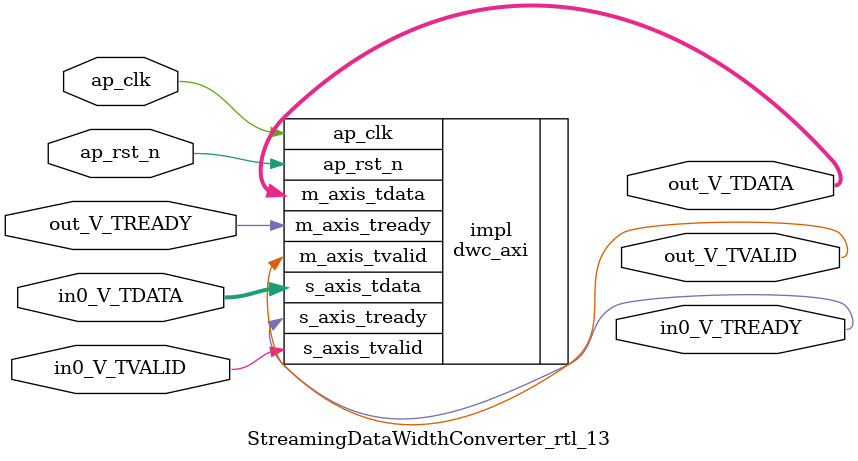
<source format=v>
/******************************************************************************
 * Copyright (C) 2023, Advanced Micro Devices, Inc.
 * All rights reserved.
 *
 * Redistribution and use in source and binary forms, with or without
 * modification, are permitted provided that the following conditions are met:
 *
 *  1. Redistributions of source code must retain the above copyright notice,
 *     this list of conditions and the following disclaimer.
 *
 *  2. Redistributions in binary form must reproduce the above copyright
 *     notice, this list of conditions and the following disclaimer in the
 *     documentation and/or other materials provided with the distribution.
 *
 *  3. Neither the name of the copyright holder nor the names of its
 *     contributors may be used to endorse or promote products derived from
 *     this software without specific prior written permission.
 *
 * THIS SOFTWARE IS PROVIDED BY THE COPYRIGHT HOLDERS AND CONTRIBUTORS "AS IS"
 * AND ANY EXPRESS OR IMPLIED WARRANTIES, INCLUDING, BUT NOT LIMITED TO,
 * THE IMPLIED WARRANTIES OF MERCHANTABILITY AND FITNESS FOR A PARTICULAR
 * PURPOSE ARE DISCLAIMED. IN NO EVENT SHALL THE COPYRIGHT HOLDER OR
 * CONTRIBUTORS BE LIABLE FOR ANY DIRECT, INDIRECT, INCIDENTAL, SPECIAL,
 * EXEMPLARY, OR CONSEQUENTIAL DAMAGES (INCLUDING, BUT NOT LIMITED TO,
 * PROCUREMENT OF SUBSTITUTE GOODS OR SERVICES; LOSS OF USE, DATA, OR PROFITS;
 * OR BUSINESS INTERRUPTION). HOWEVER CAUSED AND ON ANY THEORY OF LIABILITY,
 * WHETHER IN CONTRACT, STRICT LIABILITY, OR TORT (INCLUDING NEGLIGENCE OR
 * OTHERWISE) ARISING IN ANY WAY OUT OF THE USE OF THIS SOFTWARE, EVEN IF
 * ADVISED OF THE POSSIBILITY OF SUCH DAMAGE.
 *****************************************************************************/

module StreamingDataWidthConverter_rtl_13 #(
	parameter  IBITS = 3,
	parameter  OBITS = 6,

	parameter  AXI_IBITS = (IBITS+7)/8 * 8,
	parameter  AXI_OBITS = (OBITS+7)/8 * 8
)(
	//- Global Control ------------------
	(* X_INTERFACE_INFO = "xilinx.com:signal:clock:1.0 ap_clk CLK" *)
	(* X_INTERFACE_PARAMETER = "ASSOCIATED_BUSIF in0_V:out_V, ASSOCIATED_RESET ap_rst_n" *)
	input	ap_clk,
	(* X_INTERFACE_PARAMETER = "POLARITY ACTIVE_LOW" *)
	input	ap_rst_n,

	//- AXI Stream - Input --------------
	output	in0_V_TREADY,
	input	in0_V_TVALID,
	input	[AXI_IBITS-1:0]  in0_V_TDATA,

	//- AXI Stream - Output -------------
	input	out_V_TREADY,
	output	out_V_TVALID,
	output	[AXI_OBITS-1:0]  out_V_TDATA
);

	dwc_axi #(
		.IBITS(IBITS),
		.OBITS(OBITS)
	) impl (
		.ap_clk(ap_clk),
		.ap_rst_n(ap_rst_n),
		.s_axis_tready(in0_V_TREADY),
		.s_axis_tvalid(in0_V_TVALID),
		.s_axis_tdata(in0_V_TDATA),
		.m_axis_tready(out_V_TREADY),
		.m_axis_tvalid(out_V_TVALID),
		.m_axis_tdata(out_V_TDATA)
	);

endmodule

</source>
